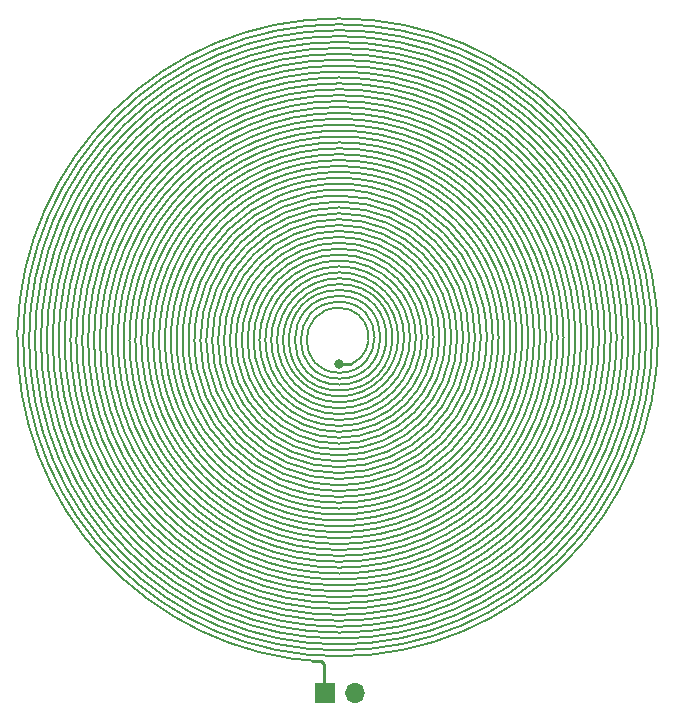
<source format=gbr>
%TF.GenerationSoftware,KiCad,Pcbnew,5.99.0-unknown-ad88874~101~ubuntu20.04.1*%
%TF.CreationDate,2020-05-19T22:27:38-04:00*%
%TF.ProjectId,pcbcoil,70636263-6f69-46c2-9e6b-696361645f70,rev?*%
%TF.SameCoordinates,Original*%
%TF.FileFunction,Copper,L1,Top*%
%TF.FilePolarity,Positive*%
%FSLAX46Y46*%
G04 Gerber Fmt 4.6, Leading zero omitted, Abs format (unit mm)*
G04 Created by KiCad (PCBNEW 5.99.0-unknown-ad88874~101~ubuntu20.04.1) date 2020-05-19 22:27:38*
%MOMM*%
%LPD*%
G01*
G04 APERTURE LIST*
%TA.AperFunction,NonConductor*%
%ADD10C,0.200000*%
%TD*%
%TA.AperFunction,ComponentPad*%
%ADD11R,1.700000X1.700000*%
%TD*%
%TA.AperFunction,ComponentPad*%
%ADD12O,1.700000X1.700000*%
%TD*%
%TA.AperFunction,ViaPad*%
%ADD13C,0.800000*%
%TD*%
%TA.AperFunction,Conductor*%
%ADD14C,0.250000*%
%TD*%
G04 APERTURE END LIST*
D10*
X146016842Y-89783864D02*
G75*
G03*
X145000000Y-85000000I-1016842J2283864D01*
G01*
X143573845Y-114962655D02*
G75*
G02*
X145000000Y-60500000I1426155J27212655D01*
G01*
X145000000Y-114500000D02*
G75*
G02*
X145000000Y-61000000I0J26750000D01*
G01*
X145000000Y-114000000D02*
G75*
G02*
X145000000Y-61500000I0J26250000D01*
G01*
X145000000Y-113500000D02*
G75*
G02*
X145000000Y-62000000I0J25750000D01*
G01*
X145000000Y-113000000D02*
G75*
G02*
X145000000Y-62500000I0J25250000D01*
G01*
X145000000Y-112500000D02*
G75*
G02*
X145000000Y-63000000I0J24750000D01*
G01*
X145000000Y-112000000D02*
G75*
G02*
X145000000Y-63500000I0J24250000D01*
G01*
X145000000Y-111500000D02*
G75*
G02*
X145000000Y-64000000I0J23750000D01*
G01*
X145000000Y-60500000D02*
G75*
G02*
X145000000Y-114500000I0J-27000000D01*
G01*
X145000000Y-61000000D02*
G75*
G02*
X145000000Y-114000000I0J-26500000D01*
G01*
X145000000Y-61500000D02*
G75*
G02*
X145000000Y-113500000I0J-26000000D01*
G01*
X145000000Y-111000000D02*
G75*
G02*
X145000000Y-64500000I0J23250000D01*
G01*
X145000000Y-62000000D02*
G75*
G02*
X145000000Y-113000000I0J-25500000D01*
G01*
X145000000Y-62500000D02*
G75*
G02*
X145000000Y-112500000I0J-25000000D01*
G01*
X145000000Y-63000000D02*
G75*
G02*
X145000000Y-112000000I0J-24500000D01*
G01*
X145000000Y-63500000D02*
G75*
G02*
X145000000Y-111500000I0J-24000000D01*
G01*
X145000000Y-110500000D02*
G75*
G02*
X145000000Y-65000000I0J22750000D01*
G01*
X145000000Y-64000000D02*
G75*
G02*
X145000000Y-111000000I0J-23500000D01*
G01*
X145000000Y-64500000D02*
G75*
G02*
X145000000Y-110500000I0J-23000000D01*
G01*
X145000000Y-65000000D02*
G75*
G02*
X145000000Y-110000000I0J-22500000D01*
G01*
X145000000Y-110000000D02*
G75*
G02*
X145000000Y-65500000I0J22250000D01*
G01*
X145000000Y-65500000D02*
G75*
G02*
X145000000Y-109500000I0J-22000000D01*
G01*
X145000000Y-109500000D02*
G75*
G02*
X145000000Y-66000000I0J21750000D01*
G01*
X145000000Y-66000000D02*
G75*
G02*
X145000000Y-109000000I0J-21500000D01*
G01*
X145000000Y-109000000D02*
G75*
G02*
X145000000Y-66500000I0J21250000D01*
G01*
X145000000Y-66500000D02*
G75*
G02*
X145000000Y-108500000I0J-21000000D01*
G01*
X145000000Y-108500000D02*
G75*
G02*
X145000000Y-67000000I0J20750000D01*
G01*
X145000000Y-67000000D02*
G75*
G02*
X145000000Y-108000000I0J-20500000D01*
G01*
X145000000Y-100000000D02*
G75*
G02*
X145000000Y-75500000I0J12250000D01*
G01*
X145000000Y-100500000D02*
G75*
G02*
X145000000Y-75000000I0J12750000D01*
G01*
X145000000Y-101000000D02*
G75*
G02*
X145000000Y-74500000I0J13250000D01*
G01*
X145000000Y-101500000D02*
G75*
G02*
X145000000Y-74000000I0J13750000D01*
G01*
X145000000Y-102000000D02*
G75*
G02*
X145000000Y-73500000I0J14250000D01*
G01*
X145000000Y-102500000D02*
G75*
G02*
X145000000Y-73000000I0J14750000D01*
G01*
X145000000Y-103000000D02*
G75*
G02*
X145000000Y-72500000I0J15250000D01*
G01*
X145000000Y-103500000D02*
G75*
G02*
X145000000Y-72000000I0J15750000D01*
G01*
X145000000Y-104000000D02*
G75*
G02*
X145000000Y-71500000I0J16250000D01*
G01*
X145000000Y-104500000D02*
G75*
G02*
X145000000Y-71000000I0J16750000D01*
G01*
X145000000Y-105000000D02*
G75*
G02*
X145000000Y-70500000I0J17250000D01*
G01*
X145000000Y-105500000D02*
G75*
G02*
X145000000Y-70000000I0J17750000D01*
G01*
X145000000Y-106000000D02*
G75*
G02*
X145000000Y-69500000I0J18250000D01*
G01*
X145000000Y-106500000D02*
G75*
G02*
X145000000Y-69000000I0J18750000D01*
G01*
X145000000Y-107000000D02*
G75*
G02*
X145000000Y-68500000I0J19250000D01*
G01*
X145000000Y-107500000D02*
G75*
G02*
X145000000Y-68000000I0J19750000D01*
G01*
X145000000Y-108000000D02*
G75*
G02*
X145000000Y-67500000I0J20250000D01*
G01*
X145000000Y-97000000D02*
G75*
G02*
X145000000Y-78500000I0J9250000D01*
G01*
X145000000Y-90500000D02*
G75*
G02*
X145000000Y-85000000I0J2750000D01*
G01*
X145000000Y-99500000D02*
G75*
G02*
X145000000Y-76000000I0J11750000D01*
G01*
X145000000Y-98500000D02*
G75*
G02*
X145000000Y-77000000I0J10750000D01*
G01*
X145000000Y-98000000D02*
G75*
G02*
X145000000Y-77500000I0J10250000D01*
G01*
X145000000Y-97500000D02*
G75*
G02*
X145000000Y-78000000I0J9750000D01*
G01*
X145000000Y-92500000D02*
G75*
G02*
X145000000Y-83000000I0J4750000D01*
G01*
X145000000Y-92000000D02*
G75*
G02*
X145000000Y-83500000I0J4250000D01*
G01*
X145000000Y-91500000D02*
G75*
G02*
X145000000Y-84000000I0J3750000D01*
G01*
X145000000Y-91000000D02*
G75*
G02*
X145000000Y-84500000I0J3250000D01*
G01*
X145000000Y-84500000D02*
G75*
G02*
X145000000Y-90500000I0J-3000000D01*
G01*
X145000000Y-84000000D02*
G75*
G02*
X145000000Y-91000000I0J-3500000D01*
G01*
X145000000Y-83500000D02*
G75*
G02*
X145000000Y-91500000I0J-4000000D01*
G01*
X145000000Y-83000000D02*
G75*
G02*
X145000000Y-92000000I0J-4500000D01*
G01*
X145000000Y-67500000D02*
G75*
G02*
X145000000Y-107500000I0J-20000000D01*
G01*
X145000000Y-68000000D02*
G75*
G02*
X145000000Y-107000000I0J-19500000D01*
G01*
X145000000Y-68500000D02*
G75*
G02*
X145000000Y-106500000I0J-19000000D01*
G01*
X145000000Y-69000000D02*
G75*
G02*
X145000000Y-106000000I0J-18500000D01*
G01*
X145000000Y-69500000D02*
G75*
G02*
X145000000Y-105500000I0J-18000000D01*
G01*
X145000000Y-70000000D02*
G75*
G02*
X145000000Y-105000000I0J-17500000D01*
G01*
X145000000Y-70500000D02*
G75*
G02*
X145000000Y-104500000I0J-17000000D01*
G01*
X145000000Y-71000000D02*
G75*
G02*
X145000000Y-104000000I0J-16500000D01*
G01*
X145000000Y-71500000D02*
G75*
G02*
X145000000Y-103500000I0J-16000000D01*
G01*
X145000000Y-72000000D02*
G75*
G02*
X145000000Y-103000000I0J-15500000D01*
G01*
X145000000Y-72500000D02*
G75*
G02*
X145000000Y-102500000I0J-15000000D01*
G01*
X145000000Y-73000000D02*
G75*
G02*
X145000000Y-102000000I0J-14500000D01*
G01*
X145000000Y-73500000D02*
G75*
G02*
X145000000Y-101500000I0J-14000000D01*
G01*
X145000000Y-74000000D02*
G75*
G02*
X145000000Y-101000000I0J-13500000D01*
G01*
X145000000Y-74500000D02*
G75*
G02*
X145000000Y-100500000I0J-13000000D01*
G01*
X145000000Y-75000000D02*
G75*
G02*
X145000000Y-100000000I0J-12500000D01*
G01*
X145000000Y-75500000D02*
G75*
G02*
X145000000Y-99500000I0J-12000000D01*
G01*
X145000000Y-99000000D02*
G75*
G02*
X145000000Y-76500000I0J11250000D01*
G01*
X145000000Y-76000000D02*
G75*
G02*
X145000000Y-99000000I0J-11500000D01*
G01*
X145000000Y-76500000D02*
G75*
G02*
X145000000Y-98500000I0J-11000000D01*
G01*
X145000000Y-77000000D02*
G75*
G02*
X145000000Y-98000000I0J-10500000D01*
G01*
X145000000Y-77500000D02*
G75*
G02*
X145000000Y-97500000I0J-10000000D01*
G01*
X145000000Y-78000000D02*
G75*
G02*
X145000000Y-97000000I0J-9500000D01*
G01*
X145000000Y-78500000D02*
G75*
G02*
X145000000Y-96500000I0J-9000000D01*
G01*
X145000000Y-96500000D02*
G75*
G02*
X145000000Y-79000000I0J8750000D01*
G01*
X145000000Y-79000000D02*
G75*
G02*
X145000000Y-96000000I0J-8500000D01*
G01*
X145000000Y-96000000D02*
G75*
G02*
X145000000Y-79500000I0J8250000D01*
G01*
X145000000Y-79500000D02*
G75*
G02*
X145000000Y-95500000I0J-8000000D01*
G01*
X145000000Y-95500000D02*
G75*
G02*
X145000000Y-80000000I0J7750000D01*
G01*
X145000000Y-80000000D02*
G75*
G02*
X145000000Y-95000000I0J-7500000D01*
G01*
X145000000Y-95000000D02*
G75*
G02*
X145000000Y-80500000I0J7250000D01*
G01*
X145000000Y-80500000D02*
G75*
G02*
X145000000Y-94500000I0J-7000000D01*
G01*
X145000000Y-94500000D02*
G75*
G02*
X145000000Y-81000000I0J6750000D01*
G01*
X145000000Y-81000000D02*
G75*
G02*
X145000000Y-94000000I0J-6500000D01*
G01*
X145000000Y-94000000D02*
G75*
G02*
X145000000Y-81500000I0J6250000D01*
G01*
X145000000Y-81500000D02*
G75*
G02*
X145000000Y-93500000I0J-6000000D01*
G01*
X145000000Y-93500000D02*
G75*
G02*
X145000000Y-82000000I0J5750000D01*
G01*
X145000000Y-82000000D02*
G75*
G02*
X145000000Y-93000000I0J-5500000D01*
G01*
X145000000Y-93000000D02*
G75*
G02*
X145000000Y-82500000I0J5250000D01*
G01*
X145000000Y-82500000D02*
G75*
G02*
X145000000Y-92500000I0J-5000000D01*
G01*
D11*
%TO.P,J1,1,Pin_1*%
%TO.N,Net-(J1-Pad1)*%
X143800000Y-117600000D03*
D12*
%TO.P,J1,2,Pin_2*%
X146340000Y-117600000D03*
%TD*%
D13*
%TO.N,*%
X145000000Y-89750000D03*
%TD*%
D14*
%TO.N,*%
X146000000Y-89750000D02*
X145000000Y-89750000D01*
%TO.N,Net-(J1-Pad1)*%
X143486000Y-114882000D02*
X142736000Y-114882000D01*
X143750000Y-117882000D02*
X143750000Y-115146000D01*
X143750000Y-115146000D02*
X143486000Y-114882000D01*
%TD*%
M02*

</source>
